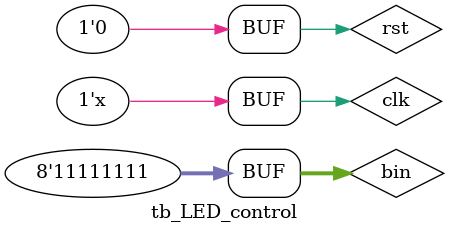
<source format=v>
`timescale 1us / 1ns


module tb_LED_control();

reg clk, rst;
reg[7:0] bin;

wire[7:0] seg_data;
wire[7:0] seg_sel;
wire led_signal;

LED_control tb(clk, rst, bin, seg_data, seg_sel, led_signal);

initial begin
    rst <= 1; clk <= 0; bin <= 0; #1e+6
    rst <= 0; #1e+6
    bin <= 8'b00000000; #1e+6
    bin <= 8'b00111111; #1e+6
    bin <= 8'b01111111; #1e+6
    bin <= 8'b10111111; #1e+6
    bin <= 8'b11111111;
end

always begin
    #0.5 clk <= ~clk;
end
endmodule

</source>
